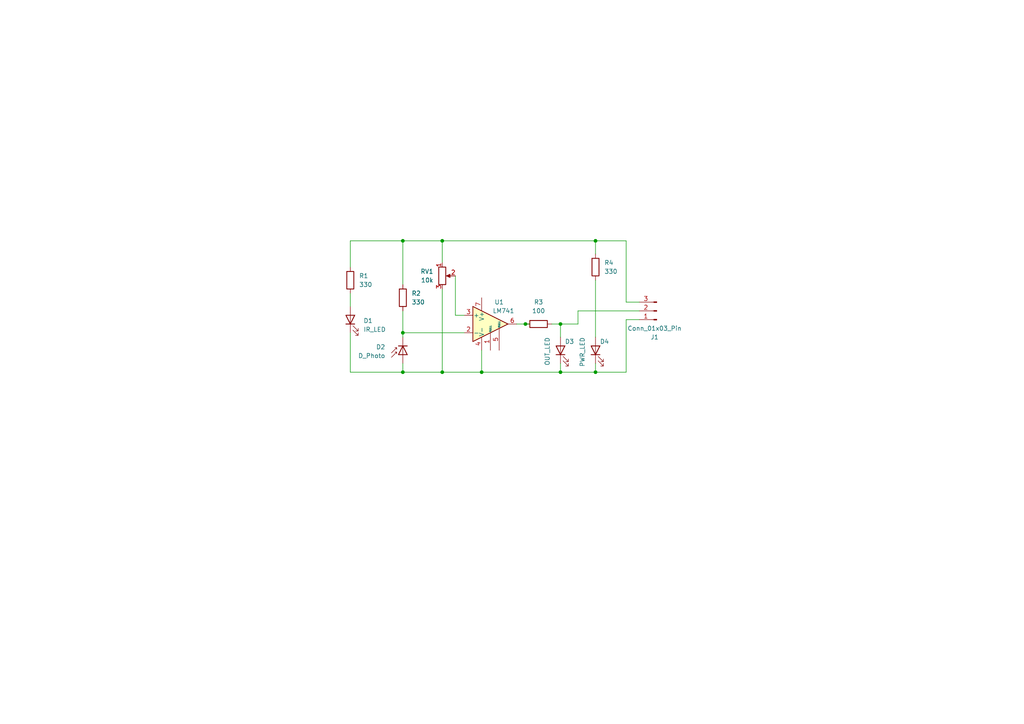
<source format=kicad_sch>
(kicad_sch (version 20230121) (generator eeschema)

  (uuid 1d83c3cd-a7b8-4aa8-b8fb-1a5a56e3c18c)

  (paper "A4")

  (lib_symbols
    (symbol "Amplifier_Operational:LM741" (pin_names (offset 0.127)) (in_bom yes) (on_board yes)
      (property "Reference" "U" (at 0 6.35 0)
        (effects (font (size 1.27 1.27)) (justify left))
      )
      (property "Value" "LM741" (at 0 3.81 0)
        (effects (font (size 1.27 1.27)) (justify left))
      )
      (property "Footprint" "" (at 1.27 1.27 0)
        (effects (font (size 1.27 1.27)) hide)
      )
      (property "Datasheet" "http://www.ti.com/lit/ds/symlink/lm741.pdf" (at 3.81 3.81 0)
        (effects (font (size 1.27 1.27)) hide)
      )
      (property "ki_keywords" "single opamp" (at 0 0 0)
        (effects (font (size 1.27 1.27)) hide)
      )
      (property "ki_description" "Operational Amplifier, DIP-8/TO-99-8" (at 0 0 0)
        (effects (font (size 1.27 1.27)) hide)
      )
      (property "ki_fp_filters" "SOIC*3.9x4.9mm*P1.27mm* DIP*W7.62mm* TSSOP*3x3mm*P0.65mm*" (at 0 0 0)
        (effects (font (size 1.27 1.27)) hide)
      )
      (symbol "LM741_0_1"
        (polyline
          (pts
            (xy -5.08 5.08)
            (xy 5.08 0)
            (xy -5.08 -5.08)
            (xy -5.08 5.08)
          )
          (stroke (width 0.254) (type default))
          (fill (type background))
        )
      )
      (symbol "LM741_1_1"
        (pin input line (at 0 -7.62 90) (length 5.08)
          (name "NULL" (effects (font (size 0.508 0.508))))
          (number "1" (effects (font (size 1.27 1.27))))
        )
        (pin input line (at -7.62 -2.54 0) (length 2.54)
          (name "-" (effects (font (size 1.27 1.27))))
          (number "2" (effects (font (size 1.27 1.27))))
        )
        (pin input line (at -7.62 2.54 0) (length 2.54)
          (name "+" (effects (font (size 1.27 1.27))))
          (number "3" (effects (font (size 1.27 1.27))))
        )
        (pin power_in line (at -2.54 -7.62 90) (length 3.81)
          (name "V-" (effects (font (size 1.27 1.27))))
          (number "4" (effects (font (size 1.27 1.27))))
        )
        (pin input line (at 2.54 -7.62 90) (length 6.35)
          (name "NULL" (effects (font (size 0.508 0.508))))
          (number "5" (effects (font (size 1.27 1.27))))
        )
        (pin output line (at 7.62 0 180) (length 2.54)
          (name "~" (effects (font (size 1.27 1.27))))
          (number "6" (effects (font (size 1.27 1.27))))
        )
        (pin power_in line (at -2.54 7.62 270) (length 3.81)
          (name "V+" (effects (font (size 1.27 1.27))))
          (number "7" (effects (font (size 1.27 1.27))))
        )
        (pin no_connect line (at 0 2.54 270) (length 2.54) hide
          (name "NC" (effects (font (size 1.27 1.27))))
          (number "8" (effects (font (size 1.27 1.27))))
        )
      )
    )
    (symbol "Connector:Conn_01x03_Pin" (pin_names (offset 1.016) hide) (in_bom yes) (on_board yes)
      (property "Reference" "J" (at 0 5.08 0)
        (effects (font (size 1.27 1.27)))
      )
      (property "Value" "Conn_01x03_Pin" (at 0 -5.08 0)
        (effects (font (size 1.27 1.27)))
      )
      (property "Footprint" "" (at 0 0 0)
        (effects (font (size 1.27 1.27)) hide)
      )
      (property "Datasheet" "~" (at 0 0 0)
        (effects (font (size 1.27 1.27)) hide)
      )
      (property "ki_locked" "" (at 0 0 0)
        (effects (font (size 1.27 1.27)))
      )
      (property "ki_keywords" "connector" (at 0 0 0)
        (effects (font (size 1.27 1.27)) hide)
      )
      (property "ki_description" "Generic connector, single row, 01x03, script generated" (at 0 0 0)
        (effects (font (size 1.27 1.27)) hide)
      )
      (property "ki_fp_filters" "Connector*:*_1x??_*" (at 0 0 0)
        (effects (font (size 1.27 1.27)) hide)
      )
      (symbol "Conn_01x03_Pin_1_1"
        (polyline
          (pts
            (xy 1.27 -2.54)
            (xy 0.8636 -2.54)
          )
          (stroke (width 0.1524) (type default))
          (fill (type none))
        )
        (polyline
          (pts
            (xy 1.27 0)
            (xy 0.8636 0)
          )
          (stroke (width 0.1524) (type default))
          (fill (type none))
        )
        (polyline
          (pts
            (xy 1.27 2.54)
            (xy 0.8636 2.54)
          )
          (stroke (width 0.1524) (type default))
          (fill (type none))
        )
        (rectangle (start 0.8636 -2.413) (end 0 -2.667)
          (stroke (width 0.1524) (type default))
          (fill (type outline))
        )
        (rectangle (start 0.8636 0.127) (end 0 -0.127)
          (stroke (width 0.1524) (type default))
          (fill (type outline))
        )
        (rectangle (start 0.8636 2.667) (end 0 2.413)
          (stroke (width 0.1524) (type default))
          (fill (type outline))
        )
        (pin passive line (at 5.08 2.54 180) (length 3.81)
          (name "Pin_1" (effects (font (size 1.27 1.27))))
          (number "1" (effects (font (size 1.27 1.27))))
        )
        (pin passive line (at 5.08 0 180) (length 3.81)
          (name "Pin_2" (effects (font (size 1.27 1.27))))
          (number "2" (effects (font (size 1.27 1.27))))
        )
        (pin passive line (at 5.08 -2.54 180) (length 3.81)
          (name "Pin_3" (effects (font (size 1.27 1.27))))
          (number "3" (effects (font (size 1.27 1.27))))
        )
      )
    )
    (symbol "Device:D_Photo" (pin_numbers hide) (pin_names hide) (in_bom yes) (on_board yes)
      (property "Reference" "D" (at 0.508 1.778 0)
        (effects (font (size 1.27 1.27)) (justify left))
      )
      (property "Value" "D_Photo" (at -1.016 -2.794 0)
        (effects (font (size 1.27 1.27)))
      )
      (property "Footprint" "" (at -1.27 0 0)
        (effects (font (size 1.27 1.27)) hide)
      )
      (property "Datasheet" "~" (at -1.27 0 0)
        (effects (font (size 1.27 1.27)) hide)
      )
      (property "ki_keywords" "photodiode diode opto" (at 0 0 0)
        (effects (font (size 1.27 1.27)) hide)
      )
      (property "ki_description" "Photodiode" (at 0 0 0)
        (effects (font (size 1.27 1.27)) hide)
      )
      (symbol "D_Photo_0_1"
        (polyline
          (pts
            (xy -2.54 1.27)
            (xy -2.54 -1.27)
          )
          (stroke (width 0.254) (type default))
          (fill (type none))
        )
        (polyline
          (pts
            (xy -2.032 1.778)
            (xy -1.524 1.778)
          )
          (stroke (width 0) (type default))
          (fill (type none))
        )
        (polyline
          (pts
            (xy 0 0)
            (xy -2.54 0)
          )
          (stroke (width 0) (type default))
          (fill (type none))
        )
        (polyline
          (pts
            (xy -0.508 3.302)
            (xy -2.032 1.778)
            (xy -2.032 2.286)
          )
          (stroke (width 0) (type default))
          (fill (type none))
        )
        (polyline
          (pts
            (xy 0 -1.27)
            (xy 0 1.27)
            (xy -2.54 0)
            (xy 0 -1.27)
          )
          (stroke (width 0.254) (type default))
          (fill (type none))
        )
        (polyline
          (pts
            (xy 0.762 3.302)
            (xy -0.762 1.778)
            (xy -0.762 2.286)
            (xy -0.762 1.778)
            (xy -0.254 1.778)
          )
          (stroke (width 0) (type default))
          (fill (type none))
        )
      )
      (symbol "D_Photo_1_1"
        (pin passive line (at -5.08 0 0) (length 2.54)
          (name "K" (effects (font (size 1.27 1.27))))
          (number "1" (effects (font (size 1.27 1.27))))
        )
        (pin passive line (at 2.54 0 180) (length 2.54)
          (name "A" (effects (font (size 1.27 1.27))))
          (number "2" (effects (font (size 1.27 1.27))))
        )
      )
    )
    (symbol "Device:LED" (pin_numbers hide) (pin_names (offset 1.016) hide) (in_bom yes) (on_board yes)
      (property "Reference" "D" (at 0 2.54 0)
        (effects (font (size 1.27 1.27)))
      )
      (property "Value" "LED" (at 0 -2.54 0)
        (effects (font (size 1.27 1.27)))
      )
      (property "Footprint" "" (at 0 0 0)
        (effects (font (size 1.27 1.27)) hide)
      )
      (property "Datasheet" "~" (at 0 0 0)
        (effects (font (size 1.27 1.27)) hide)
      )
      (property "ki_keywords" "LED diode" (at 0 0 0)
        (effects (font (size 1.27 1.27)) hide)
      )
      (property "ki_description" "Light emitting diode" (at 0 0 0)
        (effects (font (size 1.27 1.27)) hide)
      )
      (property "ki_fp_filters" "LED* LED_SMD:* LED_THT:*" (at 0 0 0)
        (effects (font (size 1.27 1.27)) hide)
      )
      (symbol "LED_0_1"
        (polyline
          (pts
            (xy -1.27 -1.27)
            (xy -1.27 1.27)
          )
          (stroke (width 0.254) (type default))
          (fill (type none))
        )
        (polyline
          (pts
            (xy -1.27 0)
            (xy 1.27 0)
          )
          (stroke (width 0) (type default))
          (fill (type none))
        )
        (polyline
          (pts
            (xy 1.27 -1.27)
            (xy 1.27 1.27)
            (xy -1.27 0)
            (xy 1.27 -1.27)
          )
          (stroke (width 0.254) (type default))
          (fill (type none))
        )
        (polyline
          (pts
            (xy -3.048 -0.762)
            (xy -4.572 -2.286)
            (xy -3.81 -2.286)
            (xy -4.572 -2.286)
            (xy -4.572 -1.524)
          )
          (stroke (width 0) (type default))
          (fill (type none))
        )
        (polyline
          (pts
            (xy -1.778 -0.762)
            (xy -3.302 -2.286)
            (xy -2.54 -2.286)
            (xy -3.302 -2.286)
            (xy -3.302 -1.524)
          )
          (stroke (width 0) (type default))
          (fill (type none))
        )
      )
      (symbol "LED_1_1"
        (pin passive line (at -3.81 0 0) (length 2.54)
          (name "K" (effects (font (size 1.27 1.27))))
          (number "1" (effects (font (size 1.27 1.27))))
        )
        (pin passive line (at 3.81 0 180) (length 2.54)
          (name "A" (effects (font (size 1.27 1.27))))
          (number "2" (effects (font (size 1.27 1.27))))
        )
      )
    )
    (symbol "Device:R" (pin_numbers hide) (pin_names (offset 0)) (in_bom yes) (on_board yes)
      (property "Reference" "R" (at 2.032 0 90)
        (effects (font (size 1.27 1.27)))
      )
      (property "Value" "R" (at 0 0 90)
        (effects (font (size 1.27 1.27)))
      )
      (property "Footprint" "" (at -1.778 0 90)
        (effects (font (size 1.27 1.27)) hide)
      )
      (property "Datasheet" "~" (at 0 0 0)
        (effects (font (size 1.27 1.27)) hide)
      )
      (property "ki_keywords" "R res resistor" (at 0 0 0)
        (effects (font (size 1.27 1.27)) hide)
      )
      (property "ki_description" "Resistor" (at 0 0 0)
        (effects (font (size 1.27 1.27)) hide)
      )
      (property "ki_fp_filters" "R_*" (at 0 0 0)
        (effects (font (size 1.27 1.27)) hide)
      )
      (symbol "R_0_1"
        (rectangle (start -1.016 -2.54) (end 1.016 2.54)
          (stroke (width 0.254) (type default))
          (fill (type none))
        )
      )
      (symbol "R_1_1"
        (pin passive line (at 0 3.81 270) (length 1.27)
          (name "~" (effects (font (size 1.27 1.27))))
          (number "1" (effects (font (size 1.27 1.27))))
        )
        (pin passive line (at 0 -3.81 90) (length 1.27)
          (name "~" (effects (font (size 1.27 1.27))))
          (number "2" (effects (font (size 1.27 1.27))))
        )
      )
    )
    (symbol "Device:R_Potentiometer" (pin_names (offset 1.016) hide) (in_bom yes) (on_board yes)
      (property "Reference" "RV" (at -4.445 0 90)
        (effects (font (size 1.27 1.27)))
      )
      (property "Value" "R_Potentiometer" (at -2.54 0 90)
        (effects (font (size 1.27 1.27)))
      )
      (property "Footprint" "" (at 0 0 0)
        (effects (font (size 1.27 1.27)) hide)
      )
      (property "Datasheet" "~" (at 0 0 0)
        (effects (font (size 1.27 1.27)) hide)
      )
      (property "ki_keywords" "resistor variable" (at 0 0 0)
        (effects (font (size 1.27 1.27)) hide)
      )
      (property "ki_description" "Potentiometer" (at 0 0 0)
        (effects (font (size 1.27 1.27)) hide)
      )
      (property "ki_fp_filters" "Potentiometer*" (at 0 0 0)
        (effects (font (size 1.27 1.27)) hide)
      )
      (symbol "R_Potentiometer_0_1"
        (polyline
          (pts
            (xy 2.54 0)
            (xy 1.524 0)
          )
          (stroke (width 0) (type default))
          (fill (type none))
        )
        (polyline
          (pts
            (xy 1.143 0)
            (xy 2.286 0.508)
            (xy 2.286 -0.508)
            (xy 1.143 0)
          )
          (stroke (width 0) (type default))
          (fill (type outline))
        )
        (rectangle (start 1.016 2.54) (end -1.016 -2.54)
          (stroke (width 0.254) (type default))
          (fill (type none))
        )
      )
      (symbol "R_Potentiometer_1_1"
        (pin passive line (at 0 3.81 270) (length 1.27)
          (name "1" (effects (font (size 1.27 1.27))))
          (number "1" (effects (font (size 1.27 1.27))))
        )
        (pin passive line (at 3.81 0 180) (length 1.27)
          (name "2" (effects (font (size 1.27 1.27))))
          (number "2" (effects (font (size 1.27 1.27))))
        )
        (pin passive line (at 0 -3.81 90) (length 1.27)
          (name "3" (effects (font (size 1.27 1.27))))
          (number "3" (effects (font (size 1.27 1.27))))
        )
      )
    )
  )

  (junction (at 116.84 107.95) (diameter 0) (color 0 0 0 0)
    (uuid 09b22e23-65f0-4d6b-8063-a15d0cc58d64)
  )
  (junction (at 116.84 96.52) (diameter 0) (color 0 0 0 0)
    (uuid 09d50f49-d588-49e5-a9b1-56a118d2ea29)
  )
  (junction (at 116.84 69.85) (diameter 0) (color 0 0 0 0)
    (uuid 251a7cc2-2050-4c0b-9c6f-66593371395a)
  )
  (junction (at 162.56 93.98) (diameter 0) (color 0 0 0 0)
    (uuid 29ff75cf-a531-4a50-8d7e-9af07070390a)
  )
  (junction (at 128.27 69.85) (diameter 0) (color 0 0 0 0)
    (uuid 359060ed-3c48-4a96-bb29-990ac8ebdea1)
  )
  (junction (at 128.27 107.95) (diameter 0) (color 0 0 0 0)
    (uuid 79a249d2-f5e0-48cb-97ca-da27600542ae)
  )
  (junction (at 139.7 107.95) (diameter 0) (color 0 0 0 0)
    (uuid 800a6f0b-432c-46c8-a019-57f1f30f42ba)
  )
  (junction (at 152.4 93.98) (diameter 0) (color 0 0 0 0)
    (uuid beb8a822-3287-4c26-8113-3d32c0d17bbf)
  )
  (junction (at 162.56 107.95) (diameter 0) (color 0 0 0 0)
    (uuid caf1e6f6-b527-46fc-b662-991df8355e17)
  )
  (junction (at 172.72 107.95) (diameter 0) (color 0 0 0 0)
    (uuid d227b02c-5fc8-4a49-984c-95fa01408941)
  )
  (junction (at 172.72 69.85) (diameter 0) (color 0 0 0 0)
    (uuid e11ed7f1-e79e-449c-86db-e4eb2f1a60bb)
  )

  (wire (pts (xy 185.42 90.17) (xy 167.64 90.17))
    (stroke (width 0) (type default))
    (uuid 0be6670f-74e0-439c-bf0b-c4c3e17cfcff)
  )
  (wire (pts (xy 167.64 93.98) (xy 162.56 93.98))
    (stroke (width 0) (type default))
    (uuid 1dee7eb4-d7f2-4414-abd7-05a5e6e0c70b)
  )
  (wire (pts (xy 101.6 69.85) (xy 116.84 69.85))
    (stroke (width 0) (type default))
    (uuid 1f302699-2053-4bd6-8788-1eb5e7a6c219)
  )
  (wire (pts (xy 132.08 91.44) (xy 134.62 91.44))
    (stroke (width 0) (type default))
    (uuid 2186bc38-272e-47d9-9009-4b2ed3ec676e)
  )
  (wire (pts (xy 167.64 90.17) (xy 167.64 93.98))
    (stroke (width 0) (type default))
    (uuid 25995266-dc51-4730-9f11-2ad55f816c46)
  )
  (wire (pts (xy 172.72 107.95) (xy 181.61 107.95))
    (stroke (width 0) (type default))
    (uuid 2a992459-86fc-4e4c-b0ff-af664975c9c4)
  )
  (wire (pts (xy 128.27 69.85) (xy 172.72 69.85))
    (stroke (width 0) (type default))
    (uuid 2d6e8722-8537-4833-ba85-84faefde2550)
  )
  (wire (pts (xy 116.84 69.85) (xy 128.27 69.85))
    (stroke (width 0) (type default))
    (uuid 3ebeb82a-75fd-47cd-9481-21100a1b050f)
  )
  (wire (pts (xy 116.84 82.55) (xy 116.84 69.85))
    (stroke (width 0) (type default))
    (uuid 4e3ffa69-0961-4df1-9c60-f10d6cafdd72)
  )
  (wire (pts (xy 172.72 105.41) (xy 172.72 107.95))
    (stroke (width 0) (type default))
    (uuid 5044b1f6-02c9-4c28-8a8b-c49dc1afc908)
  )
  (wire (pts (xy 162.56 107.95) (xy 172.72 107.95))
    (stroke (width 0) (type default))
    (uuid 574d8074-1f37-44ba-bed4-7714c50b4950)
  )
  (wire (pts (xy 128.27 69.85) (xy 128.27 76.2))
    (stroke (width 0) (type default))
    (uuid 5cc3546e-4fbc-4852-be58-64a21b7f0f59)
  )
  (wire (pts (xy 185.42 87.63) (xy 181.61 87.63))
    (stroke (width 0) (type default))
    (uuid 5d40e7bf-8c03-4909-954b-3a2fe1cc4475)
  )
  (wire (pts (xy 139.7 101.6) (xy 139.7 107.95))
    (stroke (width 0) (type default))
    (uuid 5d7b57a5-c785-4c40-ae9a-78f046a1e732)
  )
  (wire (pts (xy 128.27 107.95) (xy 139.7 107.95))
    (stroke (width 0) (type default))
    (uuid 60312580-5dec-4bc6-bcf6-465eeacddb8d)
  )
  (wire (pts (xy 132.08 80.01) (xy 132.08 91.44))
    (stroke (width 0) (type default))
    (uuid 62b3b9b3-c448-4e19-b578-8c303567f1f2)
  )
  (wire (pts (xy 149.86 93.98) (xy 152.4 93.98))
    (stroke (width 0) (type default))
    (uuid 68b9718d-6614-4c43-af07-75e093376633)
  )
  (wire (pts (xy 162.56 105.41) (xy 162.56 107.95))
    (stroke (width 0) (type default))
    (uuid 7be137b4-f622-4863-ba07-b352a308fc3b)
  )
  (wire (pts (xy 185.42 92.71) (xy 181.61 92.71))
    (stroke (width 0) (type default))
    (uuid 8b0ff94f-8c1b-466b-9581-d4d9b6d3a55c)
  )
  (wire (pts (xy 101.6 77.47) (xy 101.6 69.85))
    (stroke (width 0) (type default))
    (uuid 966ca908-286c-43de-be56-c41b3e8d07d4)
  )
  (wire (pts (xy 128.27 83.82) (xy 128.27 107.95))
    (stroke (width 0) (type default))
    (uuid 9e284a73-aabf-4bf3-9073-93b152003e08)
  )
  (wire (pts (xy 101.6 85.09) (xy 101.6 88.9))
    (stroke (width 0) (type default))
    (uuid a96d1b9f-00e8-48a4-b3cf-e8913013962a)
  )
  (wire (pts (xy 116.84 96.52) (xy 116.84 90.17))
    (stroke (width 0) (type default))
    (uuid adddc7b2-373a-4286-8b4c-e73089b7f68b)
  )
  (wire (pts (xy 172.72 73.66) (xy 172.72 69.85))
    (stroke (width 0) (type default))
    (uuid af785e5a-9fec-45e1-9206-438130d08603)
  )
  (wire (pts (xy 116.84 107.95) (xy 128.27 107.95))
    (stroke (width 0) (type default))
    (uuid b38b9a60-f50a-41e8-8ee3-c8009b162f0e)
  )
  (wire (pts (xy 116.84 96.52) (xy 134.62 96.52))
    (stroke (width 0) (type default))
    (uuid b44cc4d2-aea4-4e9c-b3d1-70619f70bfcc)
  )
  (wire (pts (xy 116.84 105.41) (xy 116.84 107.95))
    (stroke (width 0) (type default))
    (uuid b791bbaa-2e30-419f-8343-01725d93d8d4)
  )
  (wire (pts (xy 172.72 81.28) (xy 172.72 97.79))
    (stroke (width 0) (type default))
    (uuid bd69eb08-8b1c-4143-a025-c67567896c6f)
  )
  (wire (pts (xy 101.6 96.52) (xy 101.6 107.95))
    (stroke (width 0) (type default))
    (uuid c03d7e23-c2bf-45d9-a910-7880252b970c)
  )
  (wire (pts (xy 116.84 97.79) (xy 116.84 96.52))
    (stroke (width 0) (type default))
    (uuid ca6b6218-c844-4076-b3dc-d7f164029464)
  )
  (wire (pts (xy 181.61 92.71) (xy 181.61 107.95))
    (stroke (width 0) (type default))
    (uuid cbbf73c0-3c50-49b8-8d3d-c297706b5b78)
  )
  (wire (pts (xy 116.84 107.95) (xy 101.6 107.95))
    (stroke (width 0) (type default))
    (uuid cc86553a-585b-4ad3-909e-e4d500aadd75)
  )
  (wire (pts (xy 160.02 93.98) (xy 162.56 93.98))
    (stroke (width 0) (type default))
    (uuid dab9b89d-bb52-4dc5-b4c7-3b2b131135e5)
  )
  (wire (pts (xy 152.4 93.98) (xy 153.67 93.98))
    (stroke (width 0) (type default))
    (uuid dc86d7fd-47c4-40fb-b6fa-da5e696ba534)
  )
  (wire (pts (xy 162.56 97.79) (xy 162.56 93.98))
    (stroke (width 0) (type default))
    (uuid e5538667-14bc-4a3f-8626-59bdf790c725)
  )
  (wire (pts (xy 162.56 107.95) (xy 139.7 107.95))
    (stroke (width 0) (type default))
    (uuid e5b53c14-dcd7-4786-9432-a7518d4179a1)
  )
  (wire (pts (xy 172.72 69.85) (xy 181.61 69.85))
    (stroke (width 0) (type default))
    (uuid e79e85d0-e82a-4b02-b944-e68831260427)
  )
  (wire (pts (xy 181.61 87.63) (xy 181.61 69.85))
    (stroke (width 0) (type default))
    (uuid e8580940-0cf1-4a5f-bf17-3b0f0a0a16eb)
  )

  (symbol (lib_id "Device:LED") (at 101.6 92.71 90) (unit 1)
    (in_bom yes) (on_board yes) (dnp no) (fields_autoplaced)
    (uuid 0cc5e659-cec2-4782-8c76-1899b537f53d)
    (property "Reference" "D1" (at 105.41 93.0275 90)
      (effects (font (size 1.27 1.27)) (justify right))
    )
    (property "Value" "IR_LED" (at 105.41 95.5675 90)
      (effects (font (size 1.27 1.27)) (justify right))
    )
    (property "Footprint" "" (at 101.6 92.71 0)
      (effects (font (size 1.27 1.27)) hide)
    )
    (property "Datasheet" "~" (at 101.6 92.71 0)
      (effects (font (size 1.27 1.27)) hide)
    )
    (pin "1" (uuid 6ce8316d-dbf4-4de4-a0db-95bf564a7abf))
    (pin "2" (uuid 81aee444-7270-4fd4-a04d-492ce0d16b26))
    (instances
      (project "Ir_sensors"
        (path "/1d83c3cd-a7b8-4aa8-b8fb-1a5a56e3c18c"
          (reference "D1") (unit 1)
        )
      )
      (project "parking_counter"
        (path "/84f4e8cc-4591-4f22-beb5-63470253f104"
          (reference "D4") (unit 1)
        )
      )
    )
  )

  (symbol (lib_id "Device:D_Photo") (at 116.84 102.87 90) (mirror x) (unit 1)
    (in_bom yes) (on_board yes) (dnp no)
    (uuid 309b4180-361a-46bc-90ce-ed6b9858551e)
    (property "Reference" "D2" (at 111.76 100.6475 90)
      (effects (font (size 1.27 1.27)) (justify left))
    )
    (property "Value" "D_Photo" (at 111.76 103.1875 90)
      (effects (font (size 1.27 1.27)) (justify left))
    )
    (property "Footprint" "" (at 116.84 101.6 0)
      (effects (font (size 1.27 1.27)) hide)
    )
    (property "Datasheet" "~" (at 116.84 101.6 0)
      (effects (font (size 1.27 1.27)) hide)
    )
    (pin "1" (uuid 2f82cff9-19e2-4350-82d7-930d2bd2bf7f))
    (pin "2" (uuid 36c363cf-174d-48e4-8ec2-9fe117f0f9ee))
    (instances
      (project "Ir_sensors"
        (path "/1d83c3cd-a7b8-4aa8-b8fb-1a5a56e3c18c"
          (reference "D2") (unit 1)
        )
      )
      (project "parking_counter"
        (path "/84f4e8cc-4591-4f22-beb5-63470253f104"
          (reference "D1") (unit 1)
        )
      )
    )
  )

  (symbol (lib_id "Device:R") (at 172.72 77.47 180) (unit 1)
    (in_bom yes) (on_board yes) (dnp no) (fields_autoplaced)
    (uuid 4822aeb8-cf32-4c0c-af27-dd627acf91f1)
    (property "Reference" "R4" (at 175.26 76.2 0)
      (effects (font (size 1.27 1.27)) (justify right))
    )
    (property "Value" "330" (at 175.26 78.74 0)
      (effects (font (size 1.27 1.27)) (justify right))
    )
    (property "Footprint" "" (at 174.498 77.47 90)
      (effects (font (size 1.27 1.27)) hide)
    )
    (property "Datasheet" "~" (at 172.72 77.47 0)
      (effects (font (size 1.27 1.27)) hide)
    )
    (pin "1" (uuid a62f9908-9d71-448f-90e3-d26f0b3cab8d))
    (pin "2" (uuid ffdcfa5d-6bad-4616-9f77-334fe976525f))
    (instances
      (project "Ir_sensors"
        (path "/1d83c3cd-a7b8-4aa8-b8fb-1a5a56e3c18c"
          (reference "R4") (unit 1)
        )
      )
      (project "parking_counter"
        (path "/84f4e8cc-4591-4f22-beb5-63470253f104"
          (reference "R1") (unit 1)
        )
      )
    )
  )

  (symbol (lib_id "Amplifier_Operational:LM741") (at 142.24 93.98 0) (unit 1)
    (in_bom yes) (on_board yes) (dnp no)
    (uuid 49a23be2-8347-4457-8fbb-a5a58b25e60c)
    (property "Reference" "U1" (at 144.78 87.63 0)
      (effects (font (size 1.27 1.27)))
    )
    (property "Value" "LM741" (at 146.05 90.17 0)
      (effects (font (size 1.27 1.27)))
    )
    (property "Footprint" "" (at 143.51 92.71 0)
      (effects (font (size 1.27 1.27)) hide)
    )
    (property "Datasheet" "http://www.ti.com/lit/ds/symlink/lm741.pdf" (at 146.05 90.17 0)
      (effects (font (size 1.27 1.27)) hide)
    )
    (pin "1" (uuid 5decc5b6-3a35-48ca-9c4d-8fbad1504fbd))
    (pin "2" (uuid d5fdee50-6832-4f5d-9873-455042471a77))
    (pin "3" (uuid d3d817fe-fd1a-4c7f-ba1b-7071eff4b20b))
    (pin "4" (uuid b4c9d8ca-8fd4-4bad-adba-494f5d31b44a))
    (pin "5" (uuid cbb48483-8e97-48b5-aa55-5192fcb0c47a))
    (pin "6" (uuid 1643a7bd-051a-4b39-83db-f6b67fba8f72))
    (pin "7" (uuid c4c5fac1-e97d-46c2-a1e8-bafb7a6c6074))
    (pin "8" (uuid f956c755-26c4-4775-ac40-c6cc7592e2ff))
    (instances
      (project "Ir_sensors"
        (path "/1d83c3cd-a7b8-4aa8-b8fb-1a5a56e3c18c"
          (reference "U1") (unit 1)
        )
      )
      (project "parking_counter"
        (path "/84f4e8cc-4591-4f22-beb5-63470253f104"
          (reference "U1") (unit 1)
        )
      )
    )
  )

  (symbol (lib_id "Device:R_Potentiometer") (at 128.27 80.01 0) (unit 1)
    (in_bom yes) (on_board yes) (dnp no) (fields_autoplaced)
    (uuid 725e562e-7b95-4c23-8f40-ca73169645df)
    (property "Reference" "RV1" (at 125.73 78.74 0)
      (effects (font (size 1.27 1.27)) (justify right))
    )
    (property "Value" "10k" (at 125.73 81.28 0)
      (effects (font (size 1.27 1.27)) (justify right))
    )
    (property "Footprint" "" (at 128.27 80.01 0)
      (effects (font (size 1.27 1.27)) hide)
    )
    (property "Datasheet" "~" (at 128.27 80.01 0)
      (effects (font (size 1.27 1.27)) hide)
    )
    (pin "1" (uuid b9fbc883-9287-463f-a3c6-18dd9a0eb1a1))
    (pin "2" (uuid 7fac800e-752b-4e4c-8c09-dcedee7da261))
    (pin "3" (uuid eea8645f-f89e-4026-b631-28e51f70f4c9))
    (instances
      (project "Ir_sensors"
        (path "/1d83c3cd-a7b8-4aa8-b8fb-1a5a56e3c18c"
          (reference "RV1") (unit 1)
        )
      )
      (project "parking_counter"
        (path "/84f4e8cc-4591-4f22-beb5-63470253f104"
          (reference "RV1") (unit 1)
        )
      )
    )
  )

  (symbol (lib_id "Device:LED") (at 172.72 101.6 90) (unit 1)
    (in_bom yes) (on_board yes) (dnp no)
    (uuid 739ce451-ee16-4f6f-ac09-aa3a7720d4b5)
    (property "Reference" "D4" (at 173.99 99.06 90)
      (effects (font (size 1.27 1.27)) (justify right))
    )
    (property "Value" "PWR_LED" (at 168.91 97.79 0)
      (effects (font (size 1.27 1.27)) (justify right))
    )
    (property "Footprint" "" (at 172.72 101.6 0)
      (effects (font (size 1.27 1.27)) hide)
    )
    (property "Datasheet" "~" (at 172.72 101.6 0)
      (effects (font (size 1.27 1.27)) hide)
    )
    (pin "1" (uuid 57dd0dd4-dcbe-43df-939a-62e3ee430b3b))
    (pin "2" (uuid 88b0b71a-3e10-4aaa-bc95-899f43bab4bf))
    (instances
      (project "Ir_sensors"
        (path "/1d83c3cd-a7b8-4aa8-b8fb-1a5a56e3c18c"
          (reference "D4") (unit 1)
        )
      )
      (project "parking_counter"
        (path "/84f4e8cc-4591-4f22-beb5-63470253f104"
          (reference "D2") (unit 1)
        )
      )
    )
  )

  (symbol (lib_id "Connector:Conn_01x03_Pin") (at 190.5 90.17 180) (unit 1)
    (in_bom yes) (on_board yes) (dnp no)
    (uuid 7f4aa1e0-b372-46fd-9a67-8f22c0670c71)
    (property "Reference" "J1" (at 189.865 97.79 0)
      (effects (font (size 1.27 1.27)))
    )
    (property "Value" "Conn_01x03_Pin" (at 189.865 95.25 0)
      (effects (font (size 1.27 1.27)))
    )
    (property "Footprint" "" (at 190.5 90.17 0)
      (effects (font (size 1.27 1.27)) hide)
    )
    (property "Datasheet" "~" (at 190.5 90.17 0)
      (effects (font (size 1.27 1.27)) hide)
    )
    (pin "1" (uuid 03dbc5e3-54be-4304-98b8-120827a94621))
    (pin "2" (uuid a371deb2-26d0-4af7-b54a-ced212e0105e))
    (pin "3" (uuid 5d8533aa-49eb-419f-b49a-5571f66a6cda))
    (instances
      (project "Ir_sensors"
        (path "/1d83c3cd-a7b8-4aa8-b8fb-1a5a56e3c18c"
          (reference "J1") (unit 1)
        )
      )
      (project "parking_counter"
        (path "/84f4e8cc-4591-4f22-beb5-63470253f104"
          (reference "J2") (unit 1)
        )
      )
    )
  )

  (symbol (lib_id "Device:LED") (at 162.56 101.6 90) (unit 1)
    (in_bom yes) (on_board yes) (dnp no)
    (uuid c7377cc9-6d10-40da-a879-b29718eb5149)
    (property "Reference" "D3" (at 163.83 99.06 90)
      (effects (font (size 1.27 1.27)) (justify right))
    )
    (property "Value" "OUT_LED" (at 158.75 97.79 0)
      (effects (font (size 1.27 1.27)) (justify right))
    )
    (property "Footprint" "" (at 162.56 101.6 0)
      (effects (font (size 1.27 1.27)) hide)
    )
    (property "Datasheet" "~" (at 162.56 101.6 0)
      (effects (font (size 1.27 1.27)) hide)
    )
    (pin "1" (uuid bbd4c1de-0dc1-4879-96cd-ba8d2f2a10ff))
    (pin "2" (uuid faefb03a-add1-486a-a7ad-bff0991c921c))
    (instances
      (project "Ir_sensors"
        (path "/1d83c3cd-a7b8-4aa8-b8fb-1a5a56e3c18c"
          (reference "D3") (unit 1)
        )
      )
      (project "parking_counter"
        (path "/84f4e8cc-4591-4f22-beb5-63470253f104"
          (reference "D3") (unit 1)
        )
      )
    )
  )

  (symbol (lib_id "Device:R") (at 101.6 81.28 0) (unit 1)
    (in_bom yes) (on_board yes) (dnp no) (fields_autoplaced)
    (uuid df9bc17f-5b37-43bd-b758-dc745b26126f)
    (property "Reference" "R1" (at 104.14 80.01 0)
      (effects (font (size 1.27 1.27)) (justify left))
    )
    (property "Value" "330" (at 104.14 82.55 0)
      (effects (font (size 1.27 1.27)) (justify left))
    )
    (property "Footprint" "" (at 99.822 81.28 90)
      (effects (font (size 1.27 1.27)) hide)
    )
    (property "Datasheet" "~" (at 101.6 81.28 0)
      (effects (font (size 1.27 1.27)) hide)
    )
    (pin "1" (uuid 660bca12-cc37-4310-9ca8-339892bb39ea))
    (pin "2" (uuid 752bdfa1-b725-4018-83fc-78415c33c981))
    (instances
      (project "Ir_sensors"
        (path "/1d83c3cd-a7b8-4aa8-b8fb-1a5a56e3c18c"
          (reference "R1") (unit 1)
        )
      )
      (project "parking_counter"
        (path "/84f4e8cc-4591-4f22-beb5-63470253f104"
          (reference "R4") (unit 1)
        )
      )
    )
  )

  (symbol (lib_id "Device:R") (at 156.21 93.98 270) (unit 1)
    (in_bom yes) (on_board yes) (dnp no) (fields_autoplaced)
    (uuid dfa52edd-6461-4512-9a2c-5d63d71c445a)
    (property "Reference" "R3" (at 156.21 87.63 90)
      (effects (font (size 1.27 1.27)))
    )
    (property "Value" "100" (at 156.21 90.17 90)
      (effects (font (size 1.27 1.27)))
    )
    (property "Footprint" "" (at 156.21 92.202 90)
      (effects (font (size 1.27 1.27)) hide)
    )
    (property "Datasheet" "~" (at 156.21 93.98 0)
      (effects (font (size 1.27 1.27)) hide)
    )
    (pin "1" (uuid 434fd060-ba4e-4df8-8410-c31a0de34cf0))
    (pin "2" (uuid 46f0888e-4301-4773-bfa8-ad4f9b421c36))
    (instances
      (project "Ir_sensors"
        (path "/1d83c3cd-a7b8-4aa8-b8fb-1a5a56e3c18c"
          (reference "R3") (unit 1)
        )
      )
      (project "parking_counter"
        (path "/84f4e8cc-4591-4f22-beb5-63470253f104"
          (reference "R2") (unit 1)
        )
      )
    )
  )

  (symbol (lib_id "Device:R") (at 116.84 86.36 180) (unit 1)
    (in_bom yes) (on_board yes) (dnp no) (fields_autoplaced)
    (uuid fc8f8e50-3f7c-457d-bd0b-9028230484af)
    (property "Reference" "R2" (at 119.38 85.09 0)
      (effects (font (size 1.27 1.27)) (justify right))
    )
    (property "Value" "330" (at 119.38 87.63 0)
      (effects (font (size 1.27 1.27)) (justify right))
    )
    (property "Footprint" "" (at 118.618 86.36 90)
      (effects (font (size 1.27 1.27)) hide)
    )
    (property "Datasheet" "~" (at 116.84 86.36 0)
      (effects (font (size 1.27 1.27)) hide)
    )
    (pin "1" (uuid af74a63d-1c43-4e6b-a228-25c96290d153))
    (pin "2" (uuid d41bda7a-7181-4cb3-afbb-7ca80d2d2dee))
    (instances
      (project "Ir_sensors"
        (path "/1d83c3cd-a7b8-4aa8-b8fb-1a5a56e3c18c"
          (reference "R2") (unit 1)
        )
      )
      (project "parking_counter"
        (path "/84f4e8cc-4591-4f22-beb5-63470253f104"
          (reference "R3") (unit 1)
        )
      )
    )
  )

  (sheet_instances
    (path "/" (page "1"))
  )
)

</source>
